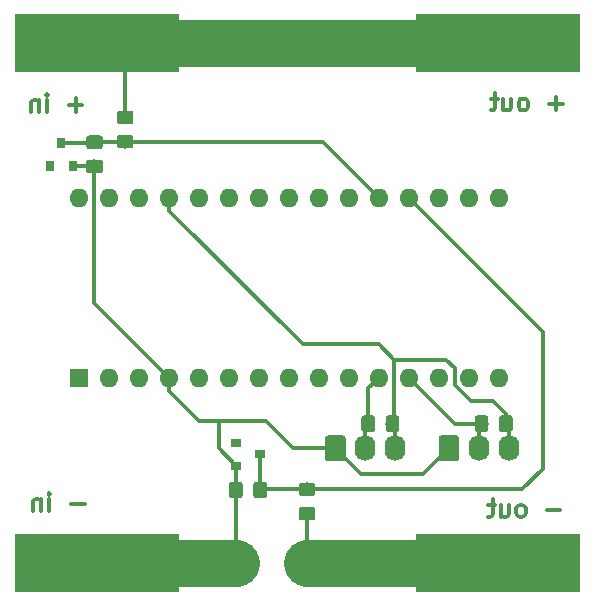
<source format=gbr>
G04 #@! TF.GenerationSoftware,KiCad,Pcbnew,(5.0.1)-4*
G04 #@! TF.CreationDate,2020-12-26T19:53:01+01:00*
G04 #@! TF.ProjectId,Eloxalmonitor,456C6F78616C6D6F6E69746F722E6B69,rev?*
G04 #@! TF.SameCoordinates,Original*
G04 #@! TF.FileFunction,Copper,L2,Bot,Signal*
G04 #@! TF.FilePolarity,Positive*
%FSLAX46Y46*%
G04 Gerber Fmt 4.6, Leading zero omitted, Abs format (unit mm)*
G04 Created by KiCad (PCBNEW (5.0.1)-4) date 26.12.2020 19:53:01*
%MOMM*%
%LPD*%
G01*
G04 APERTURE LIST*
G04 #@! TA.AperFunction,NonConductor*
%ADD10C,0.300000*%
G04 #@! TD*
G04 #@! TA.AperFunction,SMDPad,CuDef*
%ADD11R,14.000000X5.000000*%
G04 #@! TD*
G04 #@! TA.AperFunction,Conductor*
%ADD12C,0.100000*%
G04 #@! TD*
G04 #@! TA.AperFunction,SMDPad,CuDef*
%ADD13C,1.150000*%
G04 #@! TD*
G04 #@! TA.AperFunction,SMDPad,CuDef*
%ADD14R,0.800000X0.900000*%
G04 #@! TD*
G04 #@! TA.AperFunction,SMDPad,CuDef*
%ADD15R,0.900000X0.800000*%
G04 #@! TD*
G04 #@! TA.AperFunction,ComponentPad*
%ADD16C,1.740000*%
G04 #@! TD*
G04 #@! TA.AperFunction,ComponentPad*
%ADD17O,1.740000X2.200000*%
G04 #@! TD*
G04 #@! TA.AperFunction,SMDPad,CuDef*
%ADD18C,1.525000*%
G04 #@! TD*
G04 #@! TA.AperFunction,ComponentPad*
%ADD19R,1.600000X1.600000*%
G04 #@! TD*
G04 #@! TA.AperFunction,ComponentPad*
%ADD20O,1.600000X1.600000*%
G04 #@! TD*
G04 #@! TA.AperFunction,Conductor*
%ADD21C,0.350000*%
G04 #@! TD*
G04 #@! TA.AperFunction,Conductor*
%ADD22C,4.000000*%
G04 #@! TD*
G04 APERTURE END LIST*
D10*
X60928571Y-56307142D02*
X59785714Y-56307142D01*
X57714285Y-56878571D02*
X57857142Y-56807142D01*
X57928571Y-56735714D01*
X58000000Y-56592857D01*
X58000000Y-56164285D01*
X57928571Y-56021428D01*
X57857142Y-55950000D01*
X57714285Y-55878571D01*
X57500000Y-55878571D01*
X57357142Y-55950000D01*
X57285714Y-56021428D01*
X57214285Y-56164285D01*
X57214285Y-56592857D01*
X57285714Y-56735714D01*
X57357142Y-56807142D01*
X57500000Y-56878571D01*
X57714285Y-56878571D01*
X55928571Y-55878571D02*
X55928571Y-56878571D01*
X56571428Y-55878571D02*
X56571428Y-56664285D01*
X56500000Y-56807142D01*
X56357142Y-56878571D01*
X56142857Y-56878571D01*
X56000000Y-56807142D01*
X55928571Y-56735714D01*
X55428571Y-55878571D02*
X54857142Y-55878571D01*
X55214285Y-55378571D02*
X55214285Y-56664285D01*
X55142857Y-56807142D01*
X55000000Y-56878571D01*
X54857142Y-56878571D01*
X61128571Y-21907142D02*
X59985714Y-21907142D01*
X60557142Y-22478571D02*
X60557142Y-21335714D01*
X57914285Y-22478571D02*
X58057142Y-22407142D01*
X58128571Y-22335714D01*
X58200000Y-22192857D01*
X58200000Y-21764285D01*
X58128571Y-21621428D01*
X58057142Y-21550000D01*
X57914285Y-21478571D01*
X57700000Y-21478571D01*
X57557142Y-21550000D01*
X57485714Y-21621428D01*
X57414285Y-21764285D01*
X57414285Y-22192857D01*
X57485714Y-22335714D01*
X57557142Y-22407142D01*
X57700000Y-22478571D01*
X57914285Y-22478571D01*
X56128571Y-21478571D02*
X56128571Y-22478571D01*
X56771428Y-21478571D02*
X56771428Y-22264285D01*
X56700000Y-22407142D01*
X56557142Y-22478571D01*
X56342857Y-22478571D01*
X56200000Y-22407142D01*
X56128571Y-22335714D01*
X55628571Y-21478571D02*
X55057142Y-21478571D01*
X55414285Y-20978571D02*
X55414285Y-22264285D01*
X55342857Y-22407142D01*
X55200000Y-22478571D01*
X55057142Y-22478571D01*
X20678571Y-55807142D02*
X19535714Y-55807142D01*
X17678571Y-56378571D02*
X17678571Y-55378571D01*
X17678571Y-54878571D02*
X17750000Y-54950000D01*
X17678571Y-55021428D01*
X17607142Y-54950000D01*
X17678571Y-54878571D01*
X17678571Y-55021428D01*
X16964285Y-55378571D02*
X16964285Y-56378571D01*
X16964285Y-55521428D02*
X16892857Y-55450000D01*
X16750000Y-55378571D01*
X16535714Y-55378571D01*
X16392857Y-55450000D01*
X16321428Y-55592857D01*
X16321428Y-56378571D01*
X20478571Y-22007142D02*
X19335714Y-22007142D01*
X19907142Y-22578571D02*
X19907142Y-21435714D01*
X17478571Y-22578571D02*
X17478571Y-21578571D01*
X17478571Y-21078571D02*
X17550000Y-21150000D01*
X17478571Y-21221428D01*
X17407142Y-21150000D01*
X17478571Y-21078571D01*
X17478571Y-21221428D01*
X16764285Y-21578571D02*
X16764285Y-22578571D01*
X16764285Y-21721428D02*
X16692857Y-21650000D01*
X16550000Y-21578571D01*
X16335714Y-21578571D01*
X16192857Y-21650000D01*
X16121428Y-21792857D01*
X16121428Y-22578571D01*
D11*
G04 #@! TO.P,J1,1*
G04 #@! TO.N,Net-(J1-Pad1)*
X21700000Y-16800000D03*
G04 #@! TD*
G04 #@! TO.P,J2,1*
G04 #@! TO.N,Net-(J1-Pad1)*
X55700000Y-16800000D03*
G04 #@! TD*
G04 #@! TO.P,J3,1*
G04 #@! TO.N,GND*
X21700000Y-60800000D03*
G04 #@! TD*
G04 #@! TO.P,J4,1*
G04 #@! TO.N,Net-(J4-Pad1)*
X55700000Y-60800000D03*
G04 #@! TD*
D12*
G04 #@! TO.N,/I_meas*
G04 #@! TO.C,C1*
G36*
X35874505Y-53901204D02*
X35898773Y-53904804D01*
X35922572Y-53910765D01*
X35945671Y-53919030D01*
X35967850Y-53929520D01*
X35988893Y-53942132D01*
X36008599Y-53956747D01*
X36026777Y-53973223D01*
X36043253Y-53991401D01*
X36057868Y-54011107D01*
X36070480Y-54032150D01*
X36080970Y-54054329D01*
X36089235Y-54077428D01*
X36095196Y-54101227D01*
X36098796Y-54125495D01*
X36100000Y-54149999D01*
X36100000Y-55050001D01*
X36098796Y-55074505D01*
X36095196Y-55098773D01*
X36089235Y-55122572D01*
X36080970Y-55145671D01*
X36070480Y-55167850D01*
X36057868Y-55188893D01*
X36043253Y-55208599D01*
X36026777Y-55226777D01*
X36008599Y-55243253D01*
X35988893Y-55257868D01*
X35967850Y-55270480D01*
X35945671Y-55280970D01*
X35922572Y-55289235D01*
X35898773Y-55295196D01*
X35874505Y-55298796D01*
X35850001Y-55300000D01*
X35199999Y-55300000D01*
X35175495Y-55298796D01*
X35151227Y-55295196D01*
X35127428Y-55289235D01*
X35104329Y-55280970D01*
X35082150Y-55270480D01*
X35061107Y-55257868D01*
X35041401Y-55243253D01*
X35023223Y-55226777D01*
X35006747Y-55208599D01*
X34992132Y-55188893D01*
X34979520Y-55167850D01*
X34969030Y-55145671D01*
X34960765Y-55122572D01*
X34954804Y-55098773D01*
X34951204Y-55074505D01*
X34950000Y-55050001D01*
X34950000Y-54149999D01*
X34951204Y-54125495D01*
X34954804Y-54101227D01*
X34960765Y-54077428D01*
X34969030Y-54054329D01*
X34979520Y-54032150D01*
X34992132Y-54011107D01*
X35006747Y-53991401D01*
X35023223Y-53973223D01*
X35041401Y-53956747D01*
X35061107Y-53942132D01*
X35082150Y-53929520D01*
X35104329Y-53919030D01*
X35127428Y-53910765D01*
X35151227Y-53904804D01*
X35175495Y-53901204D01*
X35199999Y-53900000D01*
X35850001Y-53900000D01*
X35874505Y-53901204D01*
X35874505Y-53901204D01*
G37*
D13*
G04 #@! TD*
G04 #@! TO.P,C1,1*
G04 #@! TO.N,/I_meas*
X35525000Y-54600000D03*
D12*
G04 #@! TO.N,GND*
G04 #@! TO.C,C1*
G36*
X33824505Y-53901204D02*
X33848773Y-53904804D01*
X33872572Y-53910765D01*
X33895671Y-53919030D01*
X33917850Y-53929520D01*
X33938893Y-53942132D01*
X33958599Y-53956747D01*
X33976777Y-53973223D01*
X33993253Y-53991401D01*
X34007868Y-54011107D01*
X34020480Y-54032150D01*
X34030970Y-54054329D01*
X34039235Y-54077428D01*
X34045196Y-54101227D01*
X34048796Y-54125495D01*
X34050000Y-54149999D01*
X34050000Y-55050001D01*
X34048796Y-55074505D01*
X34045196Y-55098773D01*
X34039235Y-55122572D01*
X34030970Y-55145671D01*
X34020480Y-55167850D01*
X34007868Y-55188893D01*
X33993253Y-55208599D01*
X33976777Y-55226777D01*
X33958599Y-55243253D01*
X33938893Y-55257868D01*
X33917850Y-55270480D01*
X33895671Y-55280970D01*
X33872572Y-55289235D01*
X33848773Y-55295196D01*
X33824505Y-55298796D01*
X33800001Y-55300000D01*
X33149999Y-55300000D01*
X33125495Y-55298796D01*
X33101227Y-55295196D01*
X33077428Y-55289235D01*
X33054329Y-55280970D01*
X33032150Y-55270480D01*
X33011107Y-55257868D01*
X32991401Y-55243253D01*
X32973223Y-55226777D01*
X32956747Y-55208599D01*
X32942132Y-55188893D01*
X32929520Y-55167850D01*
X32919030Y-55145671D01*
X32910765Y-55122572D01*
X32904804Y-55098773D01*
X32901204Y-55074505D01*
X32900000Y-55050001D01*
X32900000Y-54149999D01*
X32901204Y-54125495D01*
X32904804Y-54101227D01*
X32910765Y-54077428D01*
X32919030Y-54054329D01*
X32929520Y-54032150D01*
X32942132Y-54011107D01*
X32956747Y-53991401D01*
X32973223Y-53973223D01*
X32991401Y-53956747D01*
X33011107Y-53942132D01*
X33032150Y-53929520D01*
X33054329Y-53919030D01*
X33077428Y-53910765D01*
X33101227Y-53904804D01*
X33125495Y-53901204D01*
X33149999Y-53900000D01*
X33800001Y-53900000D01*
X33824505Y-53901204D01*
X33824505Y-53901204D01*
G37*
D13*
G04 #@! TD*
G04 #@! TO.P,C1,2*
G04 #@! TO.N,GND*
X33475000Y-54600000D03*
D14*
G04 #@! TO.P,D1,2*
G04 #@! TO.N,GND*
X19650000Y-27200000D03*
G04 #@! TO.P,D1,*
G04 #@! TO.N,*
X17750000Y-27200000D03*
G04 #@! TO.P,D1,1*
G04 #@! TO.N,/U_meas*
X18700000Y-25200000D03*
G04 #@! TD*
D15*
G04 #@! TO.P,D2,1*
G04 #@! TO.N,/I_meas*
X35500000Y-51600000D03*
G04 #@! TO.P,D2,*
G04 #@! TO.N,*
X33500000Y-50650000D03*
G04 #@! TO.P,D2,2*
G04 #@! TO.N,GND*
X33500000Y-52550000D03*
G04 #@! TD*
D12*
G04 #@! TO.N,GND*
G04 #@! TO.C,J5*
G36*
X42544000Y-50001207D02*
X42568323Y-50004814D01*
X42592174Y-50010789D01*
X42615326Y-50019073D01*
X42637554Y-50029586D01*
X42658644Y-50042227D01*
X42678394Y-50056874D01*
X42696613Y-50073387D01*
X42713126Y-50091606D01*
X42727773Y-50111356D01*
X42740414Y-50132446D01*
X42750927Y-50154674D01*
X42759211Y-50177826D01*
X42765186Y-50201677D01*
X42768793Y-50226000D01*
X42770000Y-50250559D01*
X42770000Y-51949441D01*
X42768793Y-51974000D01*
X42765186Y-51998323D01*
X42759211Y-52022174D01*
X42750927Y-52045326D01*
X42740414Y-52067554D01*
X42727773Y-52088644D01*
X42713126Y-52108394D01*
X42696613Y-52126613D01*
X42678394Y-52143126D01*
X42658644Y-52157773D01*
X42637554Y-52170414D01*
X42615326Y-52180927D01*
X42592174Y-52189211D01*
X42568323Y-52195186D01*
X42544000Y-52198793D01*
X42519441Y-52200000D01*
X41280559Y-52200000D01*
X41256000Y-52198793D01*
X41231677Y-52195186D01*
X41207826Y-52189211D01*
X41184674Y-52180927D01*
X41162446Y-52170414D01*
X41141356Y-52157773D01*
X41121606Y-52143126D01*
X41103387Y-52126613D01*
X41086874Y-52108394D01*
X41072227Y-52088644D01*
X41059586Y-52067554D01*
X41049073Y-52045326D01*
X41040789Y-52022174D01*
X41034814Y-51998323D01*
X41031207Y-51974000D01*
X41030000Y-51949441D01*
X41030000Y-50250559D01*
X41031207Y-50226000D01*
X41034814Y-50201677D01*
X41040789Y-50177826D01*
X41049073Y-50154674D01*
X41059586Y-50132446D01*
X41072227Y-50111356D01*
X41086874Y-50091606D01*
X41103387Y-50073387D01*
X41121606Y-50056874D01*
X41141356Y-50042227D01*
X41162446Y-50029586D01*
X41184674Y-50019073D01*
X41207826Y-50010789D01*
X41231677Y-50004814D01*
X41256000Y-50001207D01*
X41280559Y-50000000D01*
X42519441Y-50000000D01*
X42544000Y-50001207D01*
X42544000Y-50001207D01*
G37*
D16*
G04 #@! TD*
G04 #@! TO.P,J5,1*
G04 #@! TO.N,GND*
X41900000Y-51100000D03*
D17*
G04 #@! TO.P,J5,2*
G04 #@! TO.N,/Temp1*
X44440000Y-51100000D03*
G04 #@! TO.P,J5,3*
G04 #@! TO.N,+5V*
X46980000Y-51100000D03*
G04 #@! TD*
G04 #@! TO.P,J6,3*
G04 #@! TO.N,+5V*
X56580000Y-51100000D03*
G04 #@! TO.P,J6,2*
G04 #@! TO.N,/Temp2*
X54040000Y-51100000D03*
D12*
G04 #@! TD*
G04 #@! TO.N,GND*
G04 #@! TO.C,J6*
G36*
X52144000Y-50001207D02*
X52168323Y-50004814D01*
X52192174Y-50010789D01*
X52215326Y-50019073D01*
X52237554Y-50029586D01*
X52258644Y-50042227D01*
X52278394Y-50056874D01*
X52296613Y-50073387D01*
X52313126Y-50091606D01*
X52327773Y-50111356D01*
X52340414Y-50132446D01*
X52350927Y-50154674D01*
X52359211Y-50177826D01*
X52365186Y-50201677D01*
X52368793Y-50226000D01*
X52370000Y-50250559D01*
X52370000Y-51949441D01*
X52368793Y-51974000D01*
X52365186Y-51998323D01*
X52359211Y-52022174D01*
X52350927Y-52045326D01*
X52340414Y-52067554D01*
X52327773Y-52088644D01*
X52313126Y-52108394D01*
X52296613Y-52126613D01*
X52278394Y-52143126D01*
X52258644Y-52157773D01*
X52237554Y-52170414D01*
X52215326Y-52180927D01*
X52192174Y-52189211D01*
X52168323Y-52195186D01*
X52144000Y-52198793D01*
X52119441Y-52200000D01*
X50880559Y-52200000D01*
X50856000Y-52198793D01*
X50831677Y-52195186D01*
X50807826Y-52189211D01*
X50784674Y-52180927D01*
X50762446Y-52170414D01*
X50741356Y-52157773D01*
X50721606Y-52143126D01*
X50703387Y-52126613D01*
X50686874Y-52108394D01*
X50672227Y-52088644D01*
X50659586Y-52067554D01*
X50649073Y-52045326D01*
X50640789Y-52022174D01*
X50634814Y-51998323D01*
X50631207Y-51974000D01*
X50630000Y-51949441D01*
X50630000Y-50250559D01*
X50631207Y-50226000D01*
X50634814Y-50201677D01*
X50640789Y-50177826D01*
X50649073Y-50154674D01*
X50659586Y-50132446D01*
X50672227Y-50111356D01*
X50686874Y-50091606D01*
X50703387Y-50073387D01*
X50721606Y-50056874D01*
X50741356Y-50042227D01*
X50762446Y-50029586D01*
X50784674Y-50019073D01*
X50807826Y-50010789D01*
X50831677Y-50004814D01*
X50856000Y-50001207D01*
X50880559Y-50000000D01*
X52119441Y-50000000D01*
X52144000Y-50001207D01*
X52144000Y-50001207D01*
G37*
D16*
G04 #@! TO.P,J6,1*
G04 #@! TO.N,GND*
X51500000Y-51100000D03*
G04 #@! TD*
D12*
G04 #@! TO.N,Net-(J1-Pad1)*
G04 #@! TO.C,R1*
G36*
X24574505Y-22501204D02*
X24598773Y-22504804D01*
X24622572Y-22510765D01*
X24645671Y-22519030D01*
X24667850Y-22529520D01*
X24688893Y-22542132D01*
X24708599Y-22556747D01*
X24726777Y-22573223D01*
X24743253Y-22591401D01*
X24757868Y-22611107D01*
X24770480Y-22632150D01*
X24780970Y-22654329D01*
X24789235Y-22677428D01*
X24795196Y-22701227D01*
X24798796Y-22725495D01*
X24800000Y-22749999D01*
X24800000Y-23400001D01*
X24798796Y-23424505D01*
X24795196Y-23448773D01*
X24789235Y-23472572D01*
X24780970Y-23495671D01*
X24770480Y-23517850D01*
X24757868Y-23538893D01*
X24743253Y-23558599D01*
X24726777Y-23576777D01*
X24708599Y-23593253D01*
X24688893Y-23607868D01*
X24667850Y-23620480D01*
X24645671Y-23630970D01*
X24622572Y-23639235D01*
X24598773Y-23645196D01*
X24574505Y-23648796D01*
X24550001Y-23650000D01*
X23649999Y-23650000D01*
X23625495Y-23648796D01*
X23601227Y-23645196D01*
X23577428Y-23639235D01*
X23554329Y-23630970D01*
X23532150Y-23620480D01*
X23511107Y-23607868D01*
X23491401Y-23593253D01*
X23473223Y-23576777D01*
X23456747Y-23558599D01*
X23442132Y-23538893D01*
X23429520Y-23517850D01*
X23419030Y-23495671D01*
X23410765Y-23472572D01*
X23404804Y-23448773D01*
X23401204Y-23424505D01*
X23400000Y-23400001D01*
X23400000Y-22749999D01*
X23401204Y-22725495D01*
X23404804Y-22701227D01*
X23410765Y-22677428D01*
X23419030Y-22654329D01*
X23429520Y-22632150D01*
X23442132Y-22611107D01*
X23456747Y-22591401D01*
X23473223Y-22573223D01*
X23491401Y-22556747D01*
X23511107Y-22542132D01*
X23532150Y-22529520D01*
X23554329Y-22519030D01*
X23577428Y-22510765D01*
X23601227Y-22504804D01*
X23625495Y-22501204D01*
X23649999Y-22500000D01*
X24550001Y-22500000D01*
X24574505Y-22501204D01*
X24574505Y-22501204D01*
G37*
D13*
G04 #@! TD*
G04 #@! TO.P,R1,1*
G04 #@! TO.N,Net-(J1-Pad1)*
X24100000Y-23075000D03*
D12*
G04 #@! TO.N,/U_meas*
G04 #@! TO.C,R1*
G36*
X24574505Y-24551204D02*
X24598773Y-24554804D01*
X24622572Y-24560765D01*
X24645671Y-24569030D01*
X24667850Y-24579520D01*
X24688893Y-24592132D01*
X24708599Y-24606747D01*
X24726777Y-24623223D01*
X24743253Y-24641401D01*
X24757868Y-24661107D01*
X24770480Y-24682150D01*
X24780970Y-24704329D01*
X24789235Y-24727428D01*
X24795196Y-24751227D01*
X24798796Y-24775495D01*
X24800000Y-24799999D01*
X24800000Y-25450001D01*
X24798796Y-25474505D01*
X24795196Y-25498773D01*
X24789235Y-25522572D01*
X24780970Y-25545671D01*
X24770480Y-25567850D01*
X24757868Y-25588893D01*
X24743253Y-25608599D01*
X24726777Y-25626777D01*
X24708599Y-25643253D01*
X24688893Y-25657868D01*
X24667850Y-25670480D01*
X24645671Y-25680970D01*
X24622572Y-25689235D01*
X24598773Y-25695196D01*
X24574505Y-25698796D01*
X24550001Y-25700000D01*
X23649999Y-25700000D01*
X23625495Y-25698796D01*
X23601227Y-25695196D01*
X23577428Y-25689235D01*
X23554329Y-25680970D01*
X23532150Y-25670480D01*
X23511107Y-25657868D01*
X23491401Y-25643253D01*
X23473223Y-25626777D01*
X23456747Y-25608599D01*
X23442132Y-25588893D01*
X23429520Y-25567850D01*
X23419030Y-25545671D01*
X23410765Y-25522572D01*
X23404804Y-25498773D01*
X23401204Y-25474505D01*
X23400000Y-25450001D01*
X23400000Y-24799999D01*
X23401204Y-24775495D01*
X23404804Y-24751227D01*
X23410765Y-24727428D01*
X23419030Y-24704329D01*
X23429520Y-24682150D01*
X23442132Y-24661107D01*
X23456747Y-24641401D01*
X23473223Y-24623223D01*
X23491401Y-24606747D01*
X23511107Y-24592132D01*
X23532150Y-24579520D01*
X23554329Y-24569030D01*
X23577428Y-24560765D01*
X23601227Y-24554804D01*
X23625495Y-24551204D01*
X23649999Y-24550000D01*
X24550001Y-24550000D01*
X24574505Y-24551204D01*
X24574505Y-24551204D01*
G37*
D13*
G04 #@! TD*
G04 #@! TO.P,R1,2*
G04 #@! TO.N,/U_meas*
X24100000Y-25125000D03*
D12*
G04 #@! TO.N,GND*
G04 #@! TO.C,R2*
G36*
X21974505Y-26651204D02*
X21998773Y-26654804D01*
X22022572Y-26660765D01*
X22045671Y-26669030D01*
X22067850Y-26679520D01*
X22088893Y-26692132D01*
X22108599Y-26706747D01*
X22126777Y-26723223D01*
X22143253Y-26741401D01*
X22157868Y-26761107D01*
X22170480Y-26782150D01*
X22180970Y-26804329D01*
X22189235Y-26827428D01*
X22195196Y-26851227D01*
X22198796Y-26875495D01*
X22200000Y-26899999D01*
X22200000Y-27550001D01*
X22198796Y-27574505D01*
X22195196Y-27598773D01*
X22189235Y-27622572D01*
X22180970Y-27645671D01*
X22170480Y-27667850D01*
X22157868Y-27688893D01*
X22143253Y-27708599D01*
X22126777Y-27726777D01*
X22108599Y-27743253D01*
X22088893Y-27757868D01*
X22067850Y-27770480D01*
X22045671Y-27780970D01*
X22022572Y-27789235D01*
X21998773Y-27795196D01*
X21974505Y-27798796D01*
X21950001Y-27800000D01*
X21049999Y-27800000D01*
X21025495Y-27798796D01*
X21001227Y-27795196D01*
X20977428Y-27789235D01*
X20954329Y-27780970D01*
X20932150Y-27770480D01*
X20911107Y-27757868D01*
X20891401Y-27743253D01*
X20873223Y-27726777D01*
X20856747Y-27708599D01*
X20842132Y-27688893D01*
X20829520Y-27667850D01*
X20819030Y-27645671D01*
X20810765Y-27622572D01*
X20804804Y-27598773D01*
X20801204Y-27574505D01*
X20800000Y-27550001D01*
X20800000Y-26899999D01*
X20801204Y-26875495D01*
X20804804Y-26851227D01*
X20810765Y-26827428D01*
X20819030Y-26804329D01*
X20829520Y-26782150D01*
X20842132Y-26761107D01*
X20856747Y-26741401D01*
X20873223Y-26723223D01*
X20891401Y-26706747D01*
X20911107Y-26692132D01*
X20932150Y-26679520D01*
X20954329Y-26669030D01*
X20977428Y-26660765D01*
X21001227Y-26654804D01*
X21025495Y-26651204D01*
X21049999Y-26650000D01*
X21950001Y-26650000D01*
X21974505Y-26651204D01*
X21974505Y-26651204D01*
G37*
D13*
G04 #@! TD*
G04 #@! TO.P,R2,2*
G04 #@! TO.N,GND*
X21500000Y-27225000D03*
D12*
G04 #@! TO.N,/U_meas*
G04 #@! TO.C,R2*
G36*
X21974505Y-24601204D02*
X21998773Y-24604804D01*
X22022572Y-24610765D01*
X22045671Y-24619030D01*
X22067850Y-24629520D01*
X22088893Y-24642132D01*
X22108599Y-24656747D01*
X22126777Y-24673223D01*
X22143253Y-24691401D01*
X22157868Y-24711107D01*
X22170480Y-24732150D01*
X22180970Y-24754329D01*
X22189235Y-24777428D01*
X22195196Y-24801227D01*
X22198796Y-24825495D01*
X22200000Y-24849999D01*
X22200000Y-25500001D01*
X22198796Y-25524505D01*
X22195196Y-25548773D01*
X22189235Y-25572572D01*
X22180970Y-25595671D01*
X22170480Y-25617850D01*
X22157868Y-25638893D01*
X22143253Y-25658599D01*
X22126777Y-25676777D01*
X22108599Y-25693253D01*
X22088893Y-25707868D01*
X22067850Y-25720480D01*
X22045671Y-25730970D01*
X22022572Y-25739235D01*
X21998773Y-25745196D01*
X21974505Y-25748796D01*
X21950001Y-25750000D01*
X21049999Y-25750000D01*
X21025495Y-25748796D01*
X21001227Y-25745196D01*
X20977428Y-25739235D01*
X20954329Y-25730970D01*
X20932150Y-25720480D01*
X20911107Y-25707868D01*
X20891401Y-25693253D01*
X20873223Y-25676777D01*
X20856747Y-25658599D01*
X20842132Y-25638893D01*
X20829520Y-25617850D01*
X20819030Y-25595671D01*
X20810765Y-25572572D01*
X20804804Y-25548773D01*
X20801204Y-25524505D01*
X20800000Y-25500001D01*
X20800000Y-24849999D01*
X20801204Y-24825495D01*
X20804804Y-24801227D01*
X20810765Y-24777428D01*
X20819030Y-24754329D01*
X20829520Y-24732150D01*
X20842132Y-24711107D01*
X20856747Y-24691401D01*
X20873223Y-24673223D01*
X20891401Y-24656747D01*
X20911107Y-24642132D01*
X20932150Y-24629520D01*
X20954329Y-24619030D01*
X20977428Y-24610765D01*
X21001227Y-24604804D01*
X21025495Y-24601204D01*
X21049999Y-24600000D01*
X21950001Y-24600000D01*
X21974505Y-24601204D01*
X21974505Y-24601204D01*
G37*
D13*
G04 #@! TD*
G04 #@! TO.P,R2,1*
G04 #@! TO.N,/U_meas*
X21500000Y-25175000D03*
D12*
G04 #@! TO.N,GND*
G04 #@! TO.C,R3*
G36*
X34049505Y-59126204D02*
X34073773Y-59129804D01*
X34097572Y-59135765D01*
X34120671Y-59144030D01*
X34142850Y-59154520D01*
X34163893Y-59167132D01*
X34183599Y-59181747D01*
X34201777Y-59198223D01*
X34218253Y-59216401D01*
X34232868Y-59236107D01*
X34245480Y-59257150D01*
X34255970Y-59279329D01*
X34264235Y-59302428D01*
X34270196Y-59326227D01*
X34273796Y-59350495D01*
X34275000Y-59374999D01*
X34275000Y-62225001D01*
X34273796Y-62249505D01*
X34270196Y-62273773D01*
X34264235Y-62297572D01*
X34255970Y-62320671D01*
X34245480Y-62342850D01*
X34232868Y-62363893D01*
X34218253Y-62383599D01*
X34201777Y-62401777D01*
X34183599Y-62418253D01*
X34163893Y-62432868D01*
X34142850Y-62445480D01*
X34120671Y-62455970D01*
X34097572Y-62464235D01*
X34073773Y-62470196D01*
X34049505Y-62473796D01*
X34025001Y-62475000D01*
X32999999Y-62475000D01*
X32975495Y-62473796D01*
X32951227Y-62470196D01*
X32927428Y-62464235D01*
X32904329Y-62455970D01*
X32882150Y-62445480D01*
X32861107Y-62432868D01*
X32841401Y-62418253D01*
X32823223Y-62401777D01*
X32806747Y-62383599D01*
X32792132Y-62363893D01*
X32779520Y-62342850D01*
X32769030Y-62320671D01*
X32760765Y-62297572D01*
X32754804Y-62273773D01*
X32751204Y-62249505D01*
X32750000Y-62225001D01*
X32750000Y-59374999D01*
X32751204Y-59350495D01*
X32754804Y-59326227D01*
X32760765Y-59302428D01*
X32769030Y-59279329D01*
X32779520Y-59257150D01*
X32792132Y-59236107D01*
X32806747Y-59216401D01*
X32823223Y-59198223D01*
X32841401Y-59181747D01*
X32861107Y-59167132D01*
X32882150Y-59154520D01*
X32904329Y-59144030D01*
X32927428Y-59135765D01*
X32951227Y-59129804D01*
X32975495Y-59126204D01*
X32999999Y-59125000D01*
X34025001Y-59125000D01*
X34049505Y-59126204D01*
X34049505Y-59126204D01*
G37*
D18*
G04 #@! TD*
G04 #@! TO.P,R3,1*
G04 #@! TO.N,GND*
X33512500Y-60800000D03*
D12*
G04 #@! TO.N,Net-(J4-Pad1)*
G04 #@! TO.C,R3*
G36*
X40024505Y-59126204D02*
X40048773Y-59129804D01*
X40072572Y-59135765D01*
X40095671Y-59144030D01*
X40117850Y-59154520D01*
X40138893Y-59167132D01*
X40158599Y-59181747D01*
X40176777Y-59198223D01*
X40193253Y-59216401D01*
X40207868Y-59236107D01*
X40220480Y-59257150D01*
X40230970Y-59279329D01*
X40239235Y-59302428D01*
X40245196Y-59326227D01*
X40248796Y-59350495D01*
X40250000Y-59374999D01*
X40250000Y-62225001D01*
X40248796Y-62249505D01*
X40245196Y-62273773D01*
X40239235Y-62297572D01*
X40230970Y-62320671D01*
X40220480Y-62342850D01*
X40207868Y-62363893D01*
X40193253Y-62383599D01*
X40176777Y-62401777D01*
X40158599Y-62418253D01*
X40138893Y-62432868D01*
X40117850Y-62445480D01*
X40095671Y-62455970D01*
X40072572Y-62464235D01*
X40048773Y-62470196D01*
X40024505Y-62473796D01*
X40000001Y-62475000D01*
X38974999Y-62475000D01*
X38950495Y-62473796D01*
X38926227Y-62470196D01*
X38902428Y-62464235D01*
X38879329Y-62455970D01*
X38857150Y-62445480D01*
X38836107Y-62432868D01*
X38816401Y-62418253D01*
X38798223Y-62401777D01*
X38781747Y-62383599D01*
X38767132Y-62363893D01*
X38754520Y-62342850D01*
X38744030Y-62320671D01*
X38735765Y-62297572D01*
X38729804Y-62273773D01*
X38726204Y-62249505D01*
X38725000Y-62225001D01*
X38725000Y-59374999D01*
X38726204Y-59350495D01*
X38729804Y-59326227D01*
X38735765Y-59302428D01*
X38744030Y-59279329D01*
X38754520Y-59257150D01*
X38767132Y-59236107D01*
X38781747Y-59216401D01*
X38798223Y-59198223D01*
X38816401Y-59181747D01*
X38836107Y-59167132D01*
X38857150Y-59154520D01*
X38879329Y-59144030D01*
X38902428Y-59135765D01*
X38926227Y-59129804D01*
X38950495Y-59126204D01*
X38974999Y-59125000D01*
X40000001Y-59125000D01*
X40024505Y-59126204D01*
X40024505Y-59126204D01*
G37*
D18*
G04 #@! TD*
G04 #@! TO.P,R3,2*
G04 #@! TO.N,Net-(J4-Pad1)*
X39487500Y-60800000D03*
D12*
G04 #@! TO.N,+5V*
G04 #@! TO.C,R5*
G36*
X47074505Y-48301204D02*
X47098773Y-48304804D01*
X47122572Y-48310765D01*
X47145671Y-48319030D01*
X47167850Y-48329520D01*
X47188893Y-48342132D01*
X47208599Y-48356747D01*
X47226777Y-48373223D01*
X47243253Y-48391401D01*
X47257868Y-48411107D01*
X47270480Y-48432150D01*
X47280970Y-48454329D01*
X47289235Y-48477428D01*
X47295196Y-48501227D01*
X47298796Y-48525495D01*
X47300000Y-48549999D01*
X47300000Y-49450001D01*
X47298796Y-49474505D01*
X47295196Y-49498773D01*
X47289235Y-49522572D01*
X47280970Y-49545671D01*
X47270480Y-49567850D01*
X47257868Y-49588893D01*
X47243253Y-49608599D01*
X47226777Y-49626777D01*
X47208599Y-49643253D01*
X47188893Y-49657868D01*
X47167850Y-49670480D01*
X47145671Y-49680970D01*
X47122572Y-49689235D01*
X47098773Y-49695196D01*
X47074505Y-49698796D01*
X47050001Y-49700000D01*
X46399999Y-49700000D01*
X46375495Y-49698796D01*
X46351227Y-49695196D01*
X46327428Y-49689235D01*
X46304329Y-49680970D01*
X46282150Y-49670480D01*
X46261107Y-49657868D01*
X46241401Y-49643253D01*
X46223223Y-49626777D01*
X46206747Y-49608599D01*
X46192132Y-49588893D01*
X46179520Y-49567850D01*
X46169030Y-49545671D01*
X46160765Y-49522572D01*
X46154804Y-49498773D01*
X46151204Y-49474505D01*
X46150000Y-49450001D01*
X46150000Y-48549999D01*
X46151204Y-48525495D01*
X46154804Y-48501227D01*
X46160765Y-48477428D01*
X46169030Y-48454329D01*
X46179520Y-48432150D01*
X46192132Y-48411107D01*
X46206747Y-48391401D01*
X46223223Y-48373223D01*
X46241401Y-48356747D01*
X46261107Y-48342132D01*
X46282150Y-48329520D01*
X46304329Y-48319030D01*
X46327428Y-48310765D01*
X46351227Y-48304804D01*
X46375495Y-48301204D01*
X46399999Y-48300000D01*
X47050001Y-48300000D01*
X47074505Y-48301204D01*
X47074505Y-48301204D01*
G37*
D13*
G04 #@! TD*
G04 #@! TO.P,R5,1*
G04 #@! TO.N,+5V*
X46725000Y-49000000D03*
D12*
G04 #@! TO.N,/Temp1*
G04 #@! TO.C,R5*
G36*
X45024505Y-48301204D02*
X45048773Y-48304804D01*
X45072572Y-48310765D01*
X45095671Y-48319030D01*
X45117850Y-48329520D01*
X45138893Y-48342132D01*
X45158599Y-48356747D01*
X45176777Y-48373223D01*
X45193253Y-48391401D01*
X45207868Y-48411107D01*
X45220480Y-48432150D01*
X45230970Y-48454329D01*
X45239235Y-48477428D01*
X45245196Y-48501227D01*
X45248796Y-48525495D01*
X45250000Y-48549999D01*
X45250000Y-49450001D01*
X45248796Y-49474505D01*
X45245196Y-49498773D01*
X45239235Y-49522572D01*
X45230970Y-49545671D01*
X45220480Y-49567850D01*
X45207868Y-49588893D01*
X45193253Y-49608599D01*
X45176777Y-49626777D01*
X45158599Y-49643253D01*
X45138893Y-49657868D01*
X45117850Y-49670480D01*
X45095671Y-49680970D01*
X45072572Y-49689235D01*
X45048773Y-49695196D01*
X45024505Y-49698796D01*
X45000001Y-49700000D01*
X44349999Y-49700000D01*
X44325495Y-49698796D01*
X44301227Y-49695196D01*
X44277428Y-49689235D01*
X44254329Y-49680970D01*
X44232150Y-49670480D01*
X44211107Y-49657868D01*
X44191401Y-49643253D01*
X44173223Y-49626777D01*
X44156747Y-49608599D01*
X44142132Y-49588893D01*
X44129520Y-49567850D01*
X44119030Y-49545671D01*
X44110765Y-49522572D01*
X44104804Y-49498773D01*
X44101204Y-49474505D01*
X44100000Y-49450001D01*
X44100000Y-48549999D01*
X44101204Y-48525495D01*
X44104804Y-48501227D01*
X44110765Y-48477428D01*
X44119030Y-48454329D01*
X44129520Y-48432150D01*
X44142132Y-48411107D01*
X44156747Y-48391401D01*
X44173223Y-48373223D01*
X44191401Y-48356747D01*
X44211107Y-48342132D01*
X44232150Y-48329520D01*
X44254329Y-48319030D01*
X44277428Y-48310765D01*
X44301227Y-48304804D01*
X44325495Y-48301204D01*
X44349999Y-48300000D01*
X45000001Y-48300000D01*
X45024505Y-48301204D01*
X45024505Y-48301204D01*
G37*
D13*
G04 #@! TD*
G04 #@! TO.P,R5,2*
G04 #@! TO.N,/Temp1*
X44675000Y-49000000D03*
D12*
G04 #@! TO.N,/Temp2*
G04 #@! TO.C,R6*
G36*
X54624505Y-48301204D02*
X54648773Y-48304804D01*
X54672572Y-48310765D01*
X54695671Y-48319030D01*
X54717850Y-48329520D01*
X54738893Y-48342132D01*
X54758599Y-48356747D01*
X54776777Y-48373223D01*
X54793253Y-48391401D01*
X54807868Y-48411107D01*
X54820480Y-48432150D01*
X54830970Y-48454329D01*
X54839235Y-48477428D01*
X54845196Y-48501227D01*
X54848796Y-48525495D01*
X54850000Y-48549999D01*
X54850000Y-49450001D01*
X54848796Y-49474505D01*
X54845196Y-49498773D01*
X54839235Y-49522572D01*
X54830970Y-49545671D01*
X54820480Y-49567850D01*
X54807868Y-49588893D01*
X54793253Y-49608599D01*
X54776777Y-49626777D01*
X54758599Y-49643253D01*
X54738893Y-49657868D01*
X54717850Y-49670480D01*
X54695671Y-49680970D01*
X54672572Y-49689235D01*
X54648773Y-49695196D01*
X54624505Y-49698796D01*
X54600001Y-49700000D01*
X53949999Y-49700000D01*
X53925495Y-49698796D01*
X53901227Y-49695196D01*
X53877428Y-49689235D01*
X53854329Y-49680970D01*
X53832150Y-49670480D01*
X53811107Y-49657868D01*
X53791401Y-49643253D01*
X53773223Y-49626777D01*
X53756747Y-49608599D01*
X53742132Y-49588893D01*
X53729520Y-49567850D01*
X53719030Y-49545671D01*
X53710765Y-49522572D01*
X53704804Y-49498773D01*
X53701204Y-49474505D01*
X53700000Y-49450001D01*
X53700000Y-48549999D01*
X53701204Y-48525495D01*
X53704804Y-48501227D01*
X53710765Y-48477428D01*
X53719030Y-48454329D01*
X53729520Y-48432150D01*
X53742132Y-48411107D01*
X53756747Y-48391401D01*
X53773223Y-48373223D01*
X53791401Y-48356747D01*
X53811107Y-48342132D01*
X53832150Y-48329520D01*
X53854329Y-48319030D01*
X53877428Y-48310765D01*
X53901227Y-48304804D01*
X53925495Y-48301204D01*
X53949999Y-48300000D01*
X54600001Y-48300000D01*
X54624505Y-48301204D01*
X54624505Y-48301204D01*
G37*
D13*
G04 #@! TD*
G04 #@! TO.P,R6,2*
G04 #@! TO.N,/Temp2*
X54275000Y-49000000D03*
D12*
G04 #@! TO.N,+5V*
G04 #@! TO.C,R6*
G36*
X56674505Y-48301204D02*
X56698773Y-48304804D01*
X56722572Y-48310765D01*
X56745671Y-48319030D01*
X56767850Y-48329520D01*
X56788893Y-48342132D01*
X56808599Y-48356747D01*
X56826777Y-48373223D01*
X56843253Y-48391401D01*
X56857868Y-48411107D01*
X56870480Y-48432150D01*
X56880970Y-48454329D01*
X56889235Y-48477428D01*
X56895196Y-48501227D01*
X56898796Y-48525495D01*
X56900000Y-48549999D01*
X56900000Y-49450001D01*
X56898796Y-49474505D01*
X56895196Y-49498773D01*
X56889235Y-49522572D01*
X56880970Y-49545671D01*
X56870480Y-49567850D01*
X56857868Y-49588893D01*
X56843253Y-49608599D01*
X56826777Y-49626777D01*
X56808599Y-49643253D01*
X56788893Y-49657868D01*
X56767850Y-49670480D01*
X56745671Y-49680970D01*
X56722572Y-49689235D01*
X56698773Y-49695196D01*
X56674505Y-49698796D01*
X56650001Y-49700000D01*
X55999999Y-49700000D01*
X55975495Y-49698796D01*
X55951227Y-49695196D01*
X55927428Y-49689235D01*
X55904329Y-49680970D01*
X55882150Y-49670480D01*
X55861107Y-49657868D01*
X55841401Y-49643253D01*
X55823223Y-49626777D01*
X55806747Y-49608599D01*
X55792132Y-49588893D01*
X55779520Y-49567850D01*
X55769030Y-49545671D01*
X55760765Y-49522572D01*
X55754804Y-49498773D01*
X55751204Y-49474505D01*
X55750000Y-49450001D01*
X55750000Y-48549999D01*
X55751204Y-48525495D01*
X55754804Y-48501227D01*
X55760765Y-48477428D01*
X55769030Y-48454329D01*
X55779520Y-48432150D01*
X55792132Y-48411107D01*
X55806747Y-48391401D01*
X55823223Y-48373223D01*
X55841401Y-48356747D01*
X55861107Y-48342132D01*
X55882150Y-48329520D01*
X55904329Y-48319030D01*
X55927428Y-48310765D01*
X55951227Y-48304804D01*
X55975495Y-48301204D01*
X55999999Y-48300000D01*
X56650001Y-48300000D01*
X56674505Y-48301204D01*
X56674505Y-48301204D01*
G37*
D13*
G04 #@! TD*
G04 #@! TO.P,R6,1*
G04 #@! TO.N,+5V*
X56325000Y-49000000D03*
D12*
G04 #@! TO.N,Net-(J4-Pad1)*
G04 #@! TO.C,R4*
G36*
X39974505Y-56051204D02*
X39998773Y-56054804D01*
X40022572Y-56060765D01*
X40045671Y-56069030D01*
X40067850Y-56079520D01*
X40088893Y-56092132D01*
X40108599Y-56106747D01*
X40126777Y-56123223D01*
X40143253Y-56141401D01*
X40157868Y-56161107D01*
X40170480Y-56182150D01*
X40180970Y-56204329D01*
X40189235Y-56227428D01*
X40195196Y-56251227D01*
X40198796Y-56275495D01*
X40200000Y-56299999D01*
X40200000Y-56950001D01*
X40198796Y-56974505D01*
X40195196Y-56998773D01*
X40189235Y-57022572D01*
X40180970Y-57045671D01*
X40170480Y-57067850D01*
X40157868Y-57088893D01*
X40143253Y-57108599D01*
X40126777Y-57126777D01*
X40108599Y-57143253D01*
X40088893Y-57157868D01*
X40067850Y-57170480D01*
X40045671Y-57180970D01*
X40022572Y-57189235D01*
X39998773Y-57195196D01*
X39974505Y-57198796D01*
X39950001Y-57200000D01*
X39049999Y-57200000D01*
X39025495Y-57198796D01*
X39001227Y-57195196D01*
X38977428Y-57189235D01*
X38954329Y-57180970D01*
X38932150Y-57170480D01*
X38911107Y-57157868D01*
X38891401Y-57143253D01*
X38873223Y-57126777D01*
X38856747Y-57108599D01*
X38842132Y-57088893D01*
X38829520Y-57067850D01*
X38819030Y-57045671D01*
X38810765Y-57022572D01*
X38804804Y-56998773D01*
X38801204Y-56974505D01*
X38800000Y-56950001D01*
X38800000Y-56299999D01*
X38801204Y-56275495D01*
X38804804Y-56251227D01*
X38810765Y-56227428D01*
X38819030Y-56204329D01*
X38829520Y-56182150D01*
X38842132Y-56161107D01*
X38856747Y-56141401D01*
X38873223Y-56123223D01*
X38891401Y-56106747D01*
X38911107Y-56092132D01*
X38932150Y-56079520D01*
X38954329Y-56069030D01*
X38977428Y-56060765D01*
X39001227Y-56054804D01*
X39025495Y-56051204D01*
X39049999Y-56050000D01*
X39950001Y-56050000D01*
X39974505Y-56051204D01*
X39974505Y-56051204D01*
G37*
D13*
G04 #@! TD*
G04 #@! TO.P,R4,1*
G04 #@! TO.N,Net-(J4-Pad1)*
X39500000Y-56625000D03*
D12*
G04 #@! TO.N,/I_meas*
G04 #@! TO.C,R4*
G36*
X39974505Y-54001204D02*
X39998773Y-54004804D01*
X40022572Y-54010765D01*
X40045671Y-54019030D01*
X40067850Y-54029520D01*
X40088893Y-54042132D01*
X40108599Y-54056747D01*
X40126777Y-54073223D01*
X40143253Y-54091401D01*
X40157868Y-54111107D01*
X40170480Y-54132150D01*
X40180970Y-54154329D01*
X40189235Y-54177428D01*
X40195196Y-54201227D01*
X40198796Y-54225495D01*
X40200000Y-54249999D01*
X40200000Y-54900001D01*
X40198796Y-54924505D01*
X40195196Y-54948773D01*
X40189235Y-54972572D01*
X40180970Y-54995671D01*
X40170480Y-55017850D01*
X40157868Y-55038893D01*
X40143253Y-55058599D01*
X40126777Y-55076777D01*
X40108599Y-55093253D01*
X40088893Y-55107868D01*
X40067850Y-55120480D01*
X40045671Y-55130970D01*
X40022572Y-55139235D01*
X39998773Y-55145196D01*
X39974505Y-55148796D01*
X39950001Y-55150000D01*
X39049999Y-55150000D01*
X39025495Y-55148796D01*
X39001227Y-55145196D01*
X38977428Y-55139235D01*
X38954329Y-55130970D01*
X38932150Y-55120480D01*
X38911107Y-55107868D01*
X38891401Y-55093253D01*
X38873223Y-55076777D01*
X38856747Y-55058599D01*
X38842132Y-55038893D01*
X38829520Y-55017850D01*
X38819030Y-54995671D01*
X38810765Y-54972572D01*
X38804804Y-54948773D01*
X38801204Y-54924505D01*
X38800000Y-54900001D01*
X38800000Y-54249999D01*
X38801204Y-54225495D01*
X38804804Y-54201227D01*
X38810765Y-54177428D01*
X38819030Y-54154329D01*
X38829520Y-54132150D01*
X38842132Y-54111107D01*
X38856747Y-54091401D01*
X38873223Y-54073223D01*
X38891401Y-54056747D01*
X38911107Y-54042132D01*
X38932150Y-54029520D01*
X38954329Y-54019030D01*
X38977428Y-54010765D01*
X39001227Y-54004804D01*
X39025495Y-54001204D01*
X39049999Y-54000000D01*
X39950001Y-54000000D01*
X39974505Y-54001204D01*
X39974505Y-54001204D01*
G37*
D13*
G04 #@! TD*
G04 #@! TO.P,R4,2*
G04 #@! TO.N,/I_meas*
X39500000Y-54575000D03*
D19*
G04 #@! TO.P,A1,1*
G04 #@! TO.N,Net-(A1-Pad1)*
X20200000Y-45100000D03*
D20*
G04 #@! TO.P,A1,17*
G04 #@! TO.N,Net-(A1-Pad17)*
X53220000Y-29860000D03*
G04 #@! TO.P,A1,2*
G04 #@! TO.N,Net-(A1-Pad2)*
X22740000Y-45100000D03*
G04 #@! TO.P,A1,18*
G04 #@! TO.N,Net-(A1-Pad18)*
X50680000Y-29860000D03*
G04 #@! TO.P,A1,3*
G04 #@! TO.N,Net-(A1-Pad3)*
X25280000Y-45100000D03*
G04 #@! TO.P,A1,19*
G04 #@! TO.N,/I_meas*
X48140000Y-29860000D03*
G04 #@! TO.P,A1,4*
G04 #@! TO.N,GND*
X27820000Y-45100000D03*
G04 #@! TO.P,A1,20*
G04 #@! TO.N,/U_meas*
X45600000Y-29860000D03*
G04 #@! TO.P,A1,5*
G04 #@! TO.N,Net-(A1-Pad5)*
X30360000Y-45100000D03*
G04 #@! TO.P,A1,21*
G04 #@! TO.N,Net-(A1-Pad21)*
X43060000Y-29860000D03*
G04 #@! TO.P,A1,6*
G04 #@! TO.N,Net-(A1-Pad6)*
X32900000Y-45100000D03*
G04 #@! TO.P,A1,22*
G04 #@! TO.N,Net-(A1-Pad22)*
X40520000Y-29860000D03*
G04 #@! TO.P,A1,7*
G04 #@! TO.N,Net-(A1-Pad7)*
X35440000Y-45100000D03*
G04 #@! TO.P,A1,23*
G04 #@! TO.N,Net-(A1-Pad23)*
X37980000Y-29860000D03*
G04 #@! TO.P,A1,8*
G04 #@! TO.N,Net-(A1-Pad8)*
X37980000Y-45100000D03*
G04 #@! TO.P,A1,24*
G04 #@! TO.N,Net-(A1-Pad24)*
X35440000Y-29860000D03*
G04 #@! TO.P,A1,9*
G04 #@! TO.N,Net-(A1-Pad9)*
X40520000Y-45100000D03*
G04 #@! TO.P,A1,25*
G04 #@! TO.N,Net-(A1-Pad25)*
X32900000Y-29860000D03*
G04 #@! TO.P,A1,10*
G04 #@! TO.N,Net-(A1-Pad10)*
X43060000Y-45100000D03*
G04 #@! TO.P,A1,26*
G04 #@! TO.N,Net-(A1-Pad26)*
X30360000Y-29860000D03*
G04 #@! TO.P,A1,11*
G04 #@! TO.N,/Temp1*
X45600000Y-45100000D03*
G04 #@! TO.P,A1,27*
G04 #@! TO.N,+5V*
X27820000Y-29860000D03*
G04 #@! TO.P,A1,12*
G04 #@! TO.N,/Temp2*
X48140000Y-45100000D03*
G04 #@! TO.P,A1,28*
G04 #@! TO.N,Net-(A1-Pad28)*
X25280000Y-29860000D03*
G04 #@! TO.P,A1,13*
G04 #@! TO.N,Net-(A1-Pad13)*
X50680000Y-45100000D03*
G04 #@! TO.P,A1,29*
G04 #@! TO.N,Net-(A1-Pad29)*
X22740000Y-29860000D03*
G04 #@! TO.P,A1,14*
G04 #@! TO.N,Net-(A1-Pad14)*
X53220000Y-45100000D03*
G04 #@! TO.P,A1,30*
G04 #@! TO.N,Net-(A1-Pad30)*
X20200000Y-29860000D03*
G04 #@! TO.P,A1,15*
G04 #@! TO.N,Net-(A1-Pad15)*
X55760000Y-45100000D03*
G04 #@! TO.P,A1,16*
G04 #@! TO.N,Net-(A1-Pad16)*
X55760000Y-29860000D03*
G04 #@! TD*
D21*
G04 #@! TO.N,+5V*
X46980000Y-49255000D02*
X46725000Y-49000000D01*
X46980000Y-51100000D02*
X46980000Y-49255000D01*
X56580000Y-49255000D02*
X56325000Y-49000000D01*
X56580000Y-51100000D02*
X56580000Y-49255000D01*
X55225000Y-47100000D02*
X56325000Y-48200000D01*
X53406998Y-47100000D02*
X55225000Y-47100000D01*
X46900000Y-48825000D02*
X46900000Y-43600000D01*
X46725000Y-49000000D02*
X46900000Y-48825000D01*
X56325000Y-48200000D02*
X56325000Y-49000000D01*
X51300000Y-43600000D02*
X51994999Y-44294999D01*
X51994999Y-44294999D02*
X51994999Y-45688001D01*
X46900000Y-43600000D02*
X51300000Y-43600000D01*
X51994999Y-45688001D02*
X53406998Y-47100000D01*
X45600000Y-42300000D02*
X46900000Y-43600000D01*
X39128630Y-42300000D02*
X45600000Y-42300000D01*
X27820000Y-29860000D02*
X27820000Y-30991370D01*
X27820000Y-30991370D02*
X39128630Y-42300000D01*
G04 #@! TO.N,GND*
X33512500Y-54637500D02*
X33475000Y-54600000D01*
X33512500Y-60800000D02*
X33512500Y-54637500D01*
X44100000Y-53300000D02*
X41900000Y-51100000D01*
X51500000Y-51100000D02*
X49300000Y-53300000D01*
X49300000Y-53300000D02*
X44100000Y-53300000D01*
X33475000Y-52575000D02*
X33500000Y-52550000D01*
X33475000Y-54600000D02*
X33475000Y-52575000D01*
X33450000Y-52550000D02*
X33500000Y-52550000D01*
X32000000Y-51100000D02*
X33450000Y-52550000D01*
X32000000Y-48800000D02*
X32000000Y-51100000D01*
X36000000Y-48800000D02*
X32000000Y-48800000D01*
X38300000Y-51100000D02*
X36000000Y-48800000D01*
X41900000Y-51100000D02*
X38300000Y-51100000D01*
X30388630Y-48800000D02*
X32000000Y-48800000D01*
X27820000Y-46231370D02*
X30388630Y-48800000D01*
X27820000Y-45100000D02*
X27820000Y-46231370D01*
X21475000Y-27200000D02*
X21500000Y-27225000D01*
X19650000Y-27200000D02*
X21475000Y-27200000D01*
X21500000Y-38780000D02*
X21500000Y-27225000D01*
X27820000Y-45100000D02*
X21500000Y-38780000D01*
D22*
X21700000Y-60800000D02*
X33512500Y-60800000D01*
D21*
G04 #@! TO.N,/I_meas*
X35550000Y-54575000D02*
X35525000Y-54600000D01*
X39500000Y-54575000D02*
X35550000Y-54575000D01*
X35525000Y-51625000D02*
X35500000Y-51600000D01*
X35525000Y-54600000D02*
X35525000Y-51625000D01*
X39500000Y-54575000D02*
X57725000Y-54575000D01*
X57725000Y-54575000D02*
X59500000Y-52800000D01*
X59500000Y-41220000D02*
X48140000Y-29860000D01*
X59500000Y-52800000D02*
X59500000Y-41220000D01*
G04 #@! TO.N,/U_meas*
X21475000Y-25200000D02*
X21500000Y-25175000D01*
X18700000Y-25200000D02*
X21475000Y-25200000D01*
X24050000Y-25175000D02*
X24100000Y-25125000D01*
X21500000Y-25175000D02*
X24050000Y-25175000D01*
X40865000Y-25125000D02*
X45600000Y-29860000D01*
X24100000Y-25125000D02*
X40865000Y-25125000D01*
D22*
G04 #@! TO.N,Net-(J1-Pad1)*
X21700000Y-16800000D02*
X55700000Y-16800000D01*
D21*
X24100000Y-19200000D02*
X21700000Y-16800000D01*
X24100000Y-23075000D02*
X24100000Y-19200000D01*
G04 #@! TO.N,Net-(J4-Pad1)*
X39487500Y-56637500D02*
X39500000Y-56625000D01*
X39487500Y-60800000D02*
X39487500Y-56637500D01*
D22*
X39487500Y-60800000D02*
X55700000Y-60800000D01*
D21*
G04 #@! TO.N,/Temp1*
X44440000Y-49235000D02*
X44675000Y-49000000D01*
X44440000Y-51100000D02*
X44440000Y-49235000D01*
X44675000Y-46025000D02*
X45600000Y-45100000D01*
X44675000Y-49000000D02*
X44675000Y-46025000D01*
G04 #@! TO.N,/Temp2*
X54040000Y-49235000D02*
X54275000Y-49000000D01*
X54040000Y-51100000D02*
X54040000Y-49235000D01*
X52040000Y-49000000D02*
X48140000Y-45100000D01*
X54275000Y-49000000D02*
X52040000Y-49000000D01*
G04 #@! TD*
M02*

</source>
